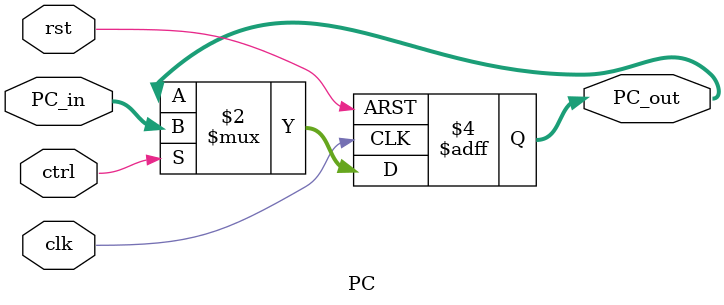
<source format=v>
`timescale 1ns / 1ps


module PC(
    input clk,
    input rst,
    input [31:0] PC_in,
    input ctrl,
    output reg [31:0] PC_out
    );

    always @(posedge clk or posedge rst) begin
        if(rst) begin
            PC_out <= 32'b0;
        end
        else if(ctrl) begin
            PC_out <= PC_in;
        end
    end

endmodule
</source>
